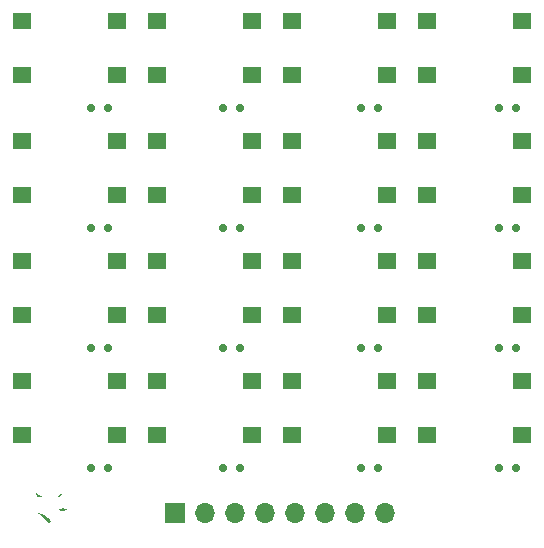
<source format=gbr>
%TF.GenerationSoftware,KiCad,Pcbnew,7.0.2*%
%TF.CreationDate,2023-04-22T16:22:17+02:00*%
%TF.ProjectId,Button_matrix,42757474-6f6e-45f6-9d61-747269782e6b,rev?*%
%TF.SameCoordinates,Original*%
%TF.FileFunction,Soldermask,Top*%
%TF.FilePolarity,Negative*%
%FSLAX46Y46*%
G04 Gerber Fmt 4.6, Leading zero omitted, Abs format (unit mm)*
G04 Created by KiCad (PCBNEW 7.0.2) date 2023-04-22 16:22:17*
%MOMM*%
%LPD*%
G01*
G04 APERTURE LIST*
G04 Aperture macros list*
%AMRoundRect*
0 Rectangle with rounded corners*
0 $1 Rounding radius*
0 $2 $3 $4 $5 $6 $7 $8 $9 X,Y pos of 4 corners*
0 Add a 4 corners polygon primitive as box body*
4,1,4,$2,$3,$4,$5,$6,$7,$8,$9,$2,$3,0*
0 Add four circle primitives for the rounded corners*
1,1,$1+$1,$2,$3*
1,1,$1+$1,$4,$5*
1,1,$1+$1,$6,$7*
1,1,$1+$1,$8,$9*
0 Add four rect primitives between the rounded corners*
20,1,$1+$1,$2,$3,$4,$5,0*
20,1,$1+$1,$4,$5,$6,$7,0*
20,1,$1+$1,$6,$7,$8,$9,0*
20,1,$1+$1,$8,$9,$2,$3,0*%
G04 Aperture macros list end*
%ADD10RoundRect,0.150000X0.150000X0.200000X-0.150000X0.200000X-0.150000X-0.200000X0.150000X-0.200000X0*%
%ADD11R,1.600000X1.400000*%
%ADD12R,1.700000X1.700000*%
%ADD13O,1.700000X1.700000*%
G04 APERTURE END LIST*
%TO.C,G\u002A\u002A\u002A*%
G36*
X72083308Y-92028283D02*
G01*
X72081771Y-92029819D01*
X72080235Y-92028283D01*
X72081771Y-92026747D01*
X72083308Y-92028283D01*
G37*
G36*
X71839559Y-91732815D02*
G01*
X71839927Y-91736462D01*
X71839559Y-91736912D01*
X71837733Y-91736490D01*
X71837511Y-91734864D01*
X71838635Y-91732335D01*
X71839559Y-91732815D01*
G37*
G36*
X72085889Y-92028283D02*
G01*
X72084352Y-92029819D01*
X72082816Y-92028283D01*
X72084352Y-92026747D01*
X72085889Y-92028283D01*
G37*
G36*
X73527710Y-90172094D02*
G01*
X73534687Y-90172885D01*
X73545162Y-90174271D01*
X73559814Y-90176327D01*
X73579320Y-90179128D01*
X73599074Y-90181984D01*
X73690207Y-90198051D01*
X73778897Y-90219493D01*
X73864922Y-90246228D01*
X73948064Y-90278174D01*
X74028102Y-90315247D01*
X74104815Y-90357367D01*
X74156725Y-90390013D01*
X74234265Y-90445005D01*
X74307022Y-90503842D01*
X74375044Y-90566576D01*
X74438383Y-90633259D01*
X74497088Y-90703942D01*
X74551210Y-90778678D01*
X74586544Y-90833675D01*
X74594308Y-90845961D01*
X74601237Y-90856150D01*
X74606567Y-90863169D01*
X74609503Y-90865936D01*
X74608685Y-90868556D01*
X74604799Y-90875527D01*
X74598305Y-90886170D01*
X74589661Y-90899803D01*
X74579326Y-90915744D01*
X74567757Y-90933314D01*
X74555415Y-90951831D01*
X74542756Y-90970613D01*
X74530240Y-90988981D01*
X74518325Y-91006253D01*
X74507470Y-91021748D01*
X74498133Y-91034785D01*
X74490773Y-91044683D01*
X74485848Y-91050761D01*
X74483941Y-91052417D01*
X74481133Y-91050429D01*
X74474148Y-91044727D01*
X74463409Y-91035673D01*
X74449337Y-91023632D01*
X74432353Y-91008966D01*
X74412877Y-90992038D01*
X74391332Y-90973212D01*
X74368138Y-90952852D01*
X74350289Y-90937125D01*
X74312899Y-90904112D01*
X74279455Y-90874548D01*
X74249285Y-90847827D01*
X74221715Y-90823344D01*
X74196072Y-90800496D01*
X74171685Y-90778676D01*
X74147880Y-90757282D01*
X74123984Y-90735707D01*
X74099324Y-90713348D01*
X74073228Y-90689599D01*
X74045023Y-90663856D01*
X74014036Y-90635514D01*
X73980117Y-90604448D01*
X73952012Y-90578644D01*
X73922513Y-90551465D01*
X73891944Y-90523216D01*
X73860629Y-90494200D01*
X73828891Y-90464722D01*
X73797054Y-90435086D01*
X73765442Y-90405595D01*
X73734378Y-90376555D01*
X73704187Y-90348268D01*
X73675191Y-90321039D01*
X73647714Y-90295172D01*
X73622081Y-90270972D01*
X73598614Y-90248741D01*
X73577638Y-90228784D01*
X73559476Y-90211406D01*
X73544453Y-90196909D01*
X73532890Y-90185599D01*
X73525113Y-90177780D01*
X73521445Y-90173754D01*
X73521211Y-90173384D01*
X73520982Y-90172543D01*
X73521536Y-90171998D01*
X73523553Y-90171824D01*
X73527710Y-90172094D01*
G37*
G36*
X75674869Y-89777825D02*
G01*
X75737788Y-89786926D01*
X75800923Y-89802138D01*
X75864233Y-89823452D01*
X75927228Y-89850647D01*
X75940680Y-89857267D01*
X75951857Y-89863101D01*
X75959722Y-89867585D01*
X75963238Y-89870151D01*
X75963329Y-89870368D01*
X75961129Y-89873234D01*
X75955174Y-89879119D01*
X75946426Y-89887104D01*
X75937981Y-89894460D01*
X75893340Y-89928825D01*
X75846552Y-89957439D01*
X75797566Y-89980325D01*
X75746335Y-89997510D01*
X75714460Y-90005100D01*
X75694287Y-90008369D01*
X75670679Y-90010862D01*
X75645473Y-90012500D01*
X75620505Y-90013202D01*
X75597613Y-90012887D01*
X75578633Y-90011475D01*
X75576200Y-90011158D01*
X75519782Y-90000412D01*
X75466348Y-89984386D01*
X75416020Y-89963136D01*
X75368920Y-89936722D01*
X75325168Y-89905200D01*
X75293041Y-89876714D01*
X75275650Y-89859866D01*
X75303258Y-89846429D01*
X75340074Y-89830302D01*
X75381262Y-89815390D01*
X75425093Y-89802172D01*
X75469837Y-89791129D01*
X75513765Y-89782741D01*
X75549849Y-89777988D01*
X75612208Y-89774843D01*
X75674869Y-89777825D01*
G37*
G36*
X75788199Y-89496579D02*
G01*
X75786663Y-89498115D01*
X75785127Y-89496579D01*
X75786663Y-89495043D01*
X75788199Y-89496579D01*
G37*
G36*
X75581789Y-88477668D02*
G01*
X75579354Y-88483602D01*
X75574573Y-88493533D01*
X75567216Y-88508140D01*
X75565947Y-88510636D01*
X75545601Y-88549222D01*
X75522550Y-88590483D01*
X75497998Y-88632350D01*
X75473146Y-88672757D01*
X75457521Y-88697074D01*
X75449480Y-88709035D01*
X75439246Y-88723773D01*
X75427330Y-88740598D01*
X75414241Y-88758819D01*
X75400491Y-88777745D01*
X75386590Y-88796686D01*
X75373047Y-88814949D01*
X75360374Y-88831845D01*
X75349081Y-88846682D01*
X75339678Y-88858770D01*
X75332676Y-88867417D01*
X75328585Y-88871933D01*
X75328045Y-88872355D01*
X75325217Y-88870791D01*
X75318270Y-88865736D01*
X75307789Y-88857652D01*
X75294360Y-88847002D01*
X75278569Y-88834246D01*
X75261001Y-88819846D01*
X75252055Y-88812441D01*
X75233691Y-88797172D01*
X75216742Y-88783043D01*
X75201819Y-88770565D01*
X75189530Y-88760247D01*
X75180482Y-88752600D01*
X75175286Y-88748135D01*
X75174368Y-88747302D01*
X75174447Y-88746020D01*
X75176473Y-88743622D01*
X75180739Y-88739909D01*
X75187536Y-88734678D01*
X75197155Y-88727731D01*
X75209889Y-88718866D01*
X75226029Y-88707884D01*
X75245867Y-88694584D01*
X75269694Y-88678765D01*
X75297802Y-88660227D01*
X75330483Y-88638770D01*
X75368028Y-88614194D01*
X75369469Y-88613251D01*
X75401228Y-88592483D01*
X75431647Y-88572583D01*
X75460312Y-88553824D01*
X75486807Y-88536477D01*
X75510717Y-88520815D01*
X75531629Y-88507108D01*
X75549127Y-88495629D01*
X75562796Y-88486650D01*
X75572222Y-88480441D01*
X75576990Y-88477276D01*
X75577309Y-88477059D01*
X75580537Y-88475075D01*
X75582106Y-88475052D01*
X75581789Y-88477668D01*
G37*
G36*
X73361761Y-88434246D02*
G01*
X73368550Y-88438899D01*
X73378670Y-88446273D01*
X73391377Y-88455823D01*
X73405924Y-88467005D01*
X73409068Y-88469450D01*
X73462298Y-88510400D01*
X73512217Y-88547592D01*
X73559815Y-88581661D01*
X73606082Y-88613238D01*
X73652007Y-88642956D01*
X73698580Y-88671447D01*
X73746791Y-88699344D01*
X73797630Y-88727279D01*
X73852085Y-88755885D01*
X73877974Y-88769115D01*
X73914150Y-88787462D01*
X73902252Y-88795336D01*
X73886898Y-88804524D01*
X73867823Y-88814506D01*
X73847178Y-88824268D01*
X73827116Y-88832799D01*
X73809790Y-88839087D01*
X73808122Y-88839605D01*
X73768648Y-88849270D01*
X73728605Y-88854692D01*
X73689588Y-88855728D01*
X73657450Y-88852914D01*
X73635262Y-88848547D01*
X73610284Y-88841911D01*
X73585064Y-88833777D01*
X73562153Y-88824917D01*
X73556133Y-88822243D01*
X73517974Y-88801957D01*
X73484197Y-88778122D01*
X73453697Y-88749951D01*
X73451930Y-88748086D01*
X73420783Y-88711162D01*
X73395554Y-88672753D01*
X73376140Y-88632604D01*
X73362438Y-88590461D01*
X73354346Y-88546070D01*
X73351759Y-88500112D01*
X73352106Y-88485200D01*
X73353032Y-88469911D01*
X73354387Y-88455627D01*
X73356021Y-88443730D01*
X73357784Y-88435601D01*
X73359048Y-88432859D01*
X73361761Y-88434246D01*
G37*
G36*
X71867744Y-86924933D02*
G01*
X71866208Y-86926469D01*
X71864672Y-86924933D01*
X71866208Y-86923396D01*
X71867744Y-86924933D01*
G37*
G36*
X72079744Y-86215195D02*
G01*
X72078208Y-86216731D01*
X72076671Y-86215195D01*
X72078208Y-86213659D01*
X72079744Y-86215195D01*
G37*
%TD*%
D10*
%TO.C,D14*%
X89216000Y-86360000D03*
X90616000Y-86360000D03*
%TD*%
%TO.C,D16*%
X112584000Y-86360000D03*
X113984000Y-86360000D03*
%TD*%
%TO.C,D5*%
X78040000Y-66040000D03*
X79440000Y-66040000D03*
%TD*%
%TO.C,D8*%
X112584000Y-66040000D03*
X113984000Y-66040000D03*
%TD*%
%TO.C,D12*%
X112584000Y-76200000D03*
X113984000Y-76200000D03*
%TD*%
D11*
%TO.C,SW10*%
X83630000Y-68870000D03*
X91630000Y-68870000D03*
X83630000Y-73370000D03*
X91630000Y-73370000D03*
%TD*%
D10*
%TO.C,D10*%
X89216000Y-76200000D03*
X90616000Y-76200000D03*
%TD*%
%TO.C,D7*%
X100900000Y-66040000D03*
X102300000Y-66040000D03*
%TD*%
D11*
%TO.C,SW3*%
X95060000Y-48550000D03*
X103060000Y-48550000D03*
X95060000Y-53050000D03*
X103060000Y-53050000D03*
%TD*%
%TO.C,SW8*%
X106490000Y-58710000D03*
X114490000Y-58710000D03*
X106490000Y-63210000D03*
X114490000Y-63210000D03*
%TD*%
%TO.C,SW15*%
X95060000Y-79030000D03*
X103060000Y-79030000D03*
X95060000Y-83530000D03*
X103060000Y-83530000D03*
%TD*%
%TO.C,SW14*%
X83630000Y-79030000D03*
X91630000Y-79030000D03*
X83630000Y-83530000D03*
X91630000Y-83530000D03*
%TD*%
%TO.C,SW9*%
X72200000Y-68870000D03*
X80200000Y-68870000D03*
X72200000Y-73370000D03*
X80200000Y-73370000D03*
%TD*%
D10*
%TO.C,D11*%
X100900000Y-76200000D03*
X102300000Y-76200000D03*
%TD*%
D11*
%TO.C,SW4*%
X106490000Y-48550000D03*
X114490000Y-48550000D03*
X106490000Y-53050000D03*
X114490000Y-53050000D03*
%TD*%
%TO.C,SW11*%
X95060000Y-68870000D03*
X103060000Y-68870000D03*
X95060000Y-73370000D03*
X103060000Y-73370000D03*
%TD*%
D10*
%TO.C,D6*%
X89216000Y-66040000D03*
X90616000Y-66040000D03*
%TD*%
D11*
%TO.C,SW7*%
X95060000Y-58710000D03*
X103060000Y-58710000D03*
X95060000Y-63210000D03*
X103060000Y-63210000D03*
%TD*%
D10*
%TO.C,D13*%
X78040000Y-86360000D03*
X79440000Y-86360000D03*
%TD*%
D11*
%TO.C,SW5*%
X72200000Y-58710000D03*
X80200000Y-58710000D03*
X72200000Y-63210000D03*
X80200000Y-63210000D03*
%TD*%
D10*
%TO.C,D2*%
X89216000Y-55880000D03*
X90616000Y-55880000D03*
%TD*%
%TO.C,D9*%
X78040000Y-76200000D03*
X79440000Y-76200000D03*
%TD*%
D11*
%TO.C,SW1*%
X72200000Y-48550000D03*
X80200000Y-48550000D03*
X72200000Y-53050000D03*
X80200000Y-53050000D03*
%TD*%
D10*
%TO.C,D4*%
X112584000Y-55880000D03*
X113984000Y-55880000D03*
%TD*%
%TO.C,D1*%
X78040000Y-55880000D03*
X79440000Y-55880000D03*
%TD*%
D11*
%TO.C,SW6*%
X83630000Y-58710000D03*
X91630000Y-58710000D03*
X83630000Y-63210000D03*
X91630000Y-63210000D03*
%TD*%
%TO.C,SW2*%
X83630000Y-48550000D03*
X91630000Y-48550000D03*
X83630000Y-53050000D03*
X91630000Y-53050000D03*
%TD*%
D10*
%TO.C,D15*%
X100900000Y-86360000D03*
X102300000Y-86360000D03*
%TD*%
D12*
%TO.C,J1*%
X85105000Y-90170000D03*
D13*
X87645000Y-90170000D03*
X90185000Y-90170000D03*
X92725000Y-90170000D03*
X95265000Y-90170000D03*
X97805000Y-90170000D03*
X100345000Y-90170000D03*
X102885000Y-90170000D03*
%TD*%
D11*
%TO.C,SW12*%
X106490000Y-68870000D03*
X114490000Y-68870000D03*
X106490000Y-73370000D03*
X114490000Y-73370000D03*
%TD*%
D10*
%TO.C,D3*%
X100900000Y-55880000D03*
X102300000Y-55880000D03*
%TD*%
D11*
%TO.C,SW16*%
X106490000Y-79030000D03*
X114490000Y-79030000D03*
X106490000Y-83530000D03*
X114490000Y-83530000D03*
%TD*%
%TO.C,SW13*%
X72200000Y-79030000D03*
X80200000Y-79030000D03*
X72200000Y-83530000D03*
X80200000Y-83530000D03*
%TD*%
M02*

</source>
